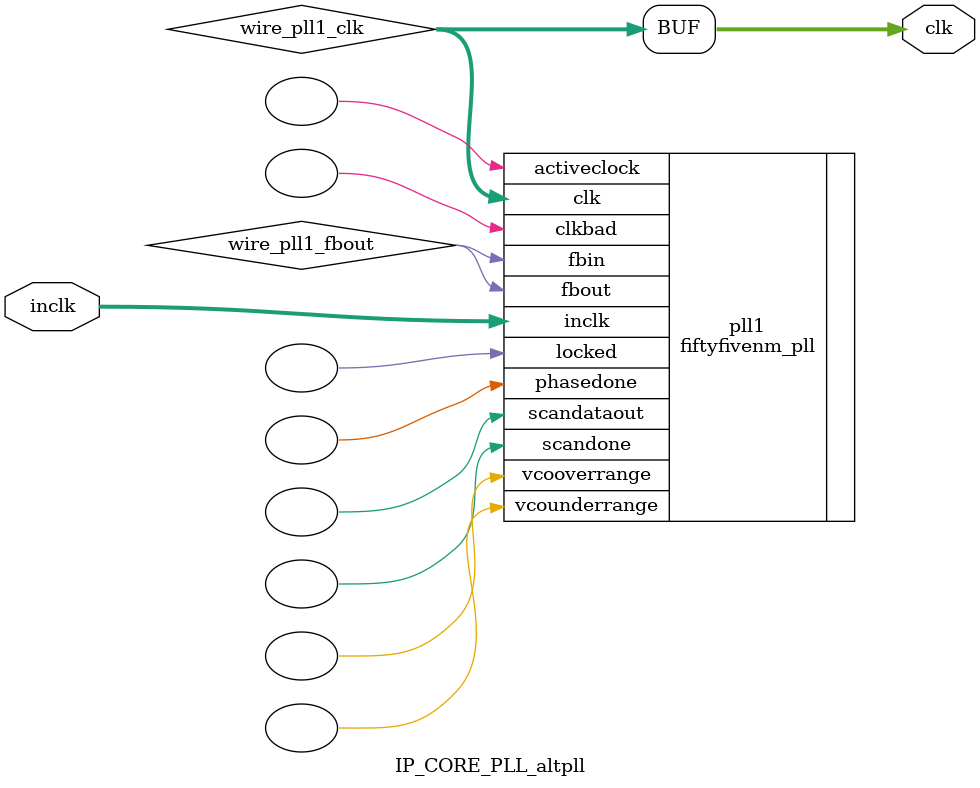
<source format=v>






//synthesis_resources = fiftyfivenm_pll 1 
//synopsys translate_off
`timescale 1 ps / 1 ps
//synopsys translate_on
module  IP_CORE_PLL_altpll
	( 
	clk,
	inclk) /* synthesis synthesis_clearbox=1 */;
	output   [4:0]  clk;
	input   [1:0]  inclk;
`ifndef ALTERA_RESERVED_QIS
// synopsys translate_off
`endif
	tri0   [1:0]  inclk;
`ifndef ALTERA_RESERVED_QIS
// synopsys translate_on
`endif

	wire  [4:0]   wire_pll1_clk;
	wire  wire_pll1_fbout;

	fiftyfivenm_pll   pll1
	( 
	.activeclock(),
	.clk(wire_pll1_clk),
	.clkbad(),
	.fbin(wire_pll1_fbout),
	.fbout(wire_pll1_fbout),
	.inclk(inclk),
	.locked(),
	.phasedone(),
	.scandataout(),
	.scandone(),
	.vcooverrange(),
	.vcounderrange()
	`ifndef FORMAL_VERIFICATION
	// synopsys translate_off
	`endif
	,
	.areset(1'b0),
	.clkswitch(1'b0),
	.configupdate(1'b0),
	.pfdena(1'b1),
	.phasecounterselect({3{1'b0}}),
	.phasestep(1'b0),
	.phaseupdown(1'b0),
	.scanclk(1'b0),
	.scanclkena(1'b1),
	.scandata(1'b0)
	`ifndef FORMAL_VERIFICATION
	// synopsys translate_on
	`endif
	);
	defparam
		pll1.c0_high = 2,
		pll1.c0_initial = 1,
		pll1.c0_low = 1,
		pll1.c0_mode = "odd",
		pll1.c0_ph = 0,
		pll1.charge_pump_current_bits = 1,
		pll1.clk0_counter = "c0",
		pll1.compensate_clock = "clk0",
		pll1.inclk0_input_frequency = 20000,
		pll1.loop_filter_c_bits = 0,
		pll1.loop_filter_r_bits = 27,
		pll1.m = 12,
		pll1.m_initial = 1,
		pll1.m_ph = 0,
		pll1.n = 1,
		pll1.operation_mode = "normal",
		pll1.pll_type = "auto",
		pll1.vco_post_scale = 2,
		pll1.lpm_type = "fiftyfivenm_pll";
	assign
		clk = {wire_pll1_clk[4:0]};
endmodule //IP_CORE_PLL_altpll
//VALID FILE

</source>
